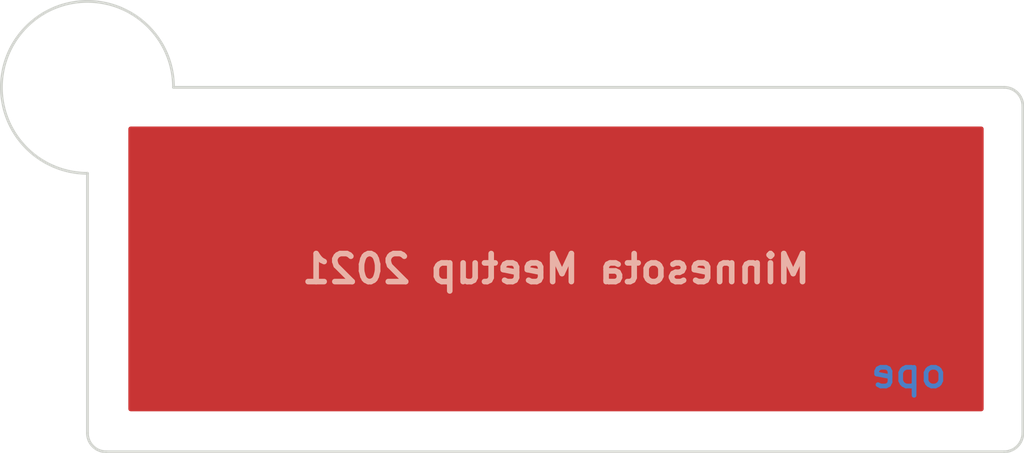
<source format=kicad_pcb>
(kicad_pcb (version 20171130) (host pcbnew "(5.1.10-1-10_14)")

  (general
    (thickness 1.6)
    (drawings 15)
    (tracks 0)
    (zones 0)
    (modules 48)
    (nets 1)
  )

  (page A4)
  (layers
    (0 F.Cu signal)
    (31 B.Cu signal)
    (32 B.Adhes user)
    (33 F.Adhes user)
    (34 B.Paste user)
    (35 F.Paste user)
    (36 B.SilkS user)
    (37 F.SilkS user)
    (38 B.Mask user)
    (39 F.Mask user)
    (40 Dwgs.User user)
    (41 Cmts.User user)
    (42 Eco1.User user)
    (43 Eco2.User user)
    (44 Edge.Cuts user)
    (45 Margin user)
    (46 B.CrtYd user)
    (47 F.CrtYd user)
    (48 B.Fab user)
    (49 F.Fab user hide)
  )

  (setup
    (last_trace_width 0.25)
    (trace_clearance 0.2)
    (zone_clearance 0)
    (zone_45_only no)
    (trace_min 0.2)
    (via_size 0.8)
    (via_drill 0.4)
    (via_min_size 0.4)
    (via_min_drill 0.3)
    (uvia_size 0.3)
    (uvia_drill 0.1)
    (uvias_allowed no)
    (uvia_min_size 0.2)
    (uvia_min_drill 0.1)
    (edge_width 0.15)
    (segment_width 0.15)
    (pcb_text_width 0.3)
    (pcb_text_size 1.5 1.5)
    (mod_edge_width 0.15)
    (mod_text_size 1 1)
    (mod_text_width 0.15)
    (pad_size 6 6)
    (pad_drill 4)
    (pad_to_mask_clearance 0)
    (aux_axis_origin 185.6925 50.5175)
    (grid_origin 206.6925 44.7675)
    (visible_elements 7FFFFFFF)
    (pcbplotparams
      (layerselection 0x010fc_ffffffff)
      (usegerberextensions false)
      (usegerberattributes false)
      (usegerberadvancedattributes false)
      (creategerberjobfile false)
      (excludeedgelayer true)
      (linewidth 0.100000)
      (plotframeref false)
      (viasonmask false)
      (mode 1)
      (useauxorigin false)
      (hpglpennumber 1)
      (hpglpenspeed 20)
      (hpglpendiameter 15.000000)
      (psnegative false)
      (psa4output false)
      (plotreference true)
      (plotvalue true)
      (plotinvisibletext false)
      (padsonsilk false)
      (subtractmaskfromsilk false)
      (outputformat 1)
      (mirror false)
      (drillshape 0)
      (scaleselection 1)
      (outputdirectory "Gerber"))
  )

  (net 0 "")

  (net_class Default "This is the default net class."
    (clearance 0.2)
    (trace_width 0.25)
    (via_dia 0.8)
    (via_drill 0.4)
    (uvia_dia 0.3)
    (uvia_drill 0.1)
  )

  (module random-keyboard-parts:Plate_hole_4mm (layer F.Cu) (tedit 5DBC5A61) (tstamp 611E216E)
    (at 160.6925 42.7675)
    (fp_text reference Ref** (at -0.0127 1.2065) (layer Dwgs.User) hide
      (effects (font (size 1 1) (thickness 0.15)))
    )
    (fp_text value Plate_hole_4mm (at 0 -0.5) (layer F.Fab)
      (effects (font (size 1 1) (thickness 0.15)))
    )
    (pad "" np_thru_hole circle (at 0.0127 -1.9939) (size 4 4) (drill 4) (layers *.Cu *.Mask))
  )

  (module locallib:Pad-1U (layer F.Cu) (tedit 5C08844F) (tstamp 5C08BD47)
    (at 172.4025 56.1975)
    (fp_text reference REF** (at 0 0.5) (layer Dwgs.User) hide
      (effects (font (size 1 1) (thickness 0.15)))
    )
    (fp_text value Pad-1U (at 0 -0.5) (layer F.Fab) hide
      (effects (font (size 1 1) (thickness 0.15)))
    )
    (pad "" smd rect (at 0 0) (size 3 3) (layers F.Mask)
      (solder_mask_margin -0.1))
  )

  (module locallib:Pad-1U (layer F.Cu) (tedit 5C08844F) (tstamp 5C08BD43)
    (at 202.8825 56.1975)
    (fp_text reference REF** (at 0 0.5) (layer Dwgs.User) hide
      (effects (font (size 1 1) (thickness 0.15)))
    )
    (fp_text value Pad-1U (at 0 -0.5) (layer F.Fab) hide
      (effects (font (size 1 1) (thickness 0.15)))
    )
    (pad "" smd rect (at 0 0) (size 3 3) (layers F.Mask)
      (solder_mask_margin -0.1))
  )

  (module locallib:Pad-1U (layer F.Cu) (tedit 5C08844F) (tstamp 5C08BD3B)
    (at 191.4525 56.1975)
    (fp_text reference REF** (at 0 0.5) (layer Dwgs.User) hide
      (effects (font (size 1 1) (thickness 0.15)))
    )
    (fp_text value Pad-1U (at 0 -0.5) (layer F.Fab) hide
      (effects (font (size 1 1) (thickness 0.15)))
    )
    (pad "" smd rect (at 0 0) (size 3 3) (layers F.Mask)
      (solder_mask_margin -0.1))
  )

  (module locallib:Pad-1U (layer F.Cu) (tedit 5C08844F) (tstamp 5C08BD37)
    (at 206.6925 56.1975)
    (fp_text reference REF** (at 0 0.5) (layer Dwgs.User) hide
      (effects (font (size 1 1) (thickness 0.15)))
    )
    (fp_text value Pad-1U (at 0 -0.5) (layer F.Fab) hide
      (effects (font (size 1 1) (thickness 0.15)))
    )
    (pad "" smd rect (at 0 0) (size 3 3) (layers F.Mask)
      (solder_mask_margin -0.1))
  )

  (module locallib:Pad-1U (layer F.Cu) (tedit 5C08844F) (tstamp 5C08BD33)
    (at 195.2625 56.1975)
    (fp_text reference REF** (at 0 0.5) (layer Dwgs.User) hide
      (effects (font (size 1 1) (thickness 0.15)))
    )
    (fp_text value Pad-1U (at 0 -0.5) (layer F.Fab) hide
      (effects (font (size 1 1) (thickness 0.15)))
    )
    (pad "" smd rect (at 0 0) (size 3 3) (layers F.Mask)
      (solder_mask_margin -0.1))
  )

  (module locallib:Pad-1U (layer F.Cu) (tedit 5C08844F) (tstamp 5C08BD2F)
    (at 176.2125 56.1975)
    (fp_text reference REF** (at 0 0.5) (layer Dwgs.User) hide
      (effects (font (size 1 1) (thickness 0.15)))
    )
    (fp_text value Pad-1U (at 0 -0.5) (layer F.Fab) hide
      (effects (font (size 1 1) (thickness 0.15)))
    )
    (pad "" smd rect (at 0 0) (size 3 3) (layers F.Mask)
      (solder_mask_margin -0.1))
  )

  (module locallib:Pad-1U (layer F.Cu) (tedit 5C08844F) (tstamp 5C08BD2B)
    (at 168.5925 56.1975)
    (fp_text reference REF** (at 0 0.5) (layer Dwgs.User) hide
      (effects (font (size 1 1) (thickness 0.15)))
    )
    (fp_text value Pad-1U (at 0 -0.5) (layer F.Fab) hide
      (effects (font (size 1 1) (thickness 0.15)))
    )
    (pad "" smd rect (at 0 0) (size 3 3) (layers F.Mask)
      (solder_mask_margin -0.1))
  )

  (module locallib:Pad-1U (layer F.Cu) (tedit 5C08844F) (tstamp 5C08BD27)
    (at 199.0725 56.1975)
    (fp_text reference REF** (at 0 0.5) (layer Dwgs.User) hide
      (effects (font (size 1 1) (thickness 0.15)))
    )
    (fp_text value Pad-1U (at 0 -0.5) (layer F.Fab) hide
      (effects (font (size 1 1) (thickness 0.15)))
    )
    (pad "" smd rect (at 0 0) (size 3 3) (layers F.Mask)
      (solder_mask_margin -0.1))
  )

  (module locallib:Pad-1U (layer F.Cu) (tedit 5C08844F) (tstamp 5C08BD23)
    (at 180.0225 56.1975)
    (fp_text reference REF** (at 0 0.5) (layer Dwgs.User) hide
      (effects (font (size 1 1) (thickness 0.15)))
    )
    (fp_text value Pad-1U (at 0 -0.5) (layer F.Fab) hide
      (effects (font (size 1 1) (thickness 0.15)))
    )
    (pad "" smd rect (at 0 0) (size 3 3) (layers F.Mask)
      (solder_mask_margin -0.1))
  )

  (module locallib:Pad-1U (layer F.Cu) (tedit 5C08844F) (tstamp 5C08BD1B)
    (at 164.7825 56.1975)
    (fp_text reference REF** (at 0 0.5) (layer Dwgs.User) hide
      (effects (font (size 1 1) (thickness 0.15)))
    )
    (fp_text value Pad-1U (at 0 -0.5) (layer F.Fab) hide
      (effects (font (size 1 1) (thickness 0.15)))
    )
    (pad "" smd rect (at 0 0) (size 3 3) (layers F.Mask)
      (solder_mask_margin -0.1))
  )

  (module locallib:Pad-1U (layer F.Cu) (tedit 5C08844F) (tstamp 5C08BD47)
    (at 172.4025 52.3875)
    (fp_text reference REF** (at 0 0.5) (layer Dwgs.User) hide
      (effects (font (size 1 1) (thickness 0.15)))
    )
    (fp_text value Pad-1U (at 0 -0.5) (layer F.Fab) hide
      (effects (font (size 1 1) (thickness 0.15)))
    )
    (pad "" smd rect (at 0 0) (size 3 3) (layers F.Mask)
      (solder_mask_margin -0.1))
  )

  (module locallib:Pad-1U (layer F.Cu) (tedit 5C08844F) (tstamp 5C08BD43)
    (at 202.8825 52.3875)
    (fp_text reference REF** (at 0 0.5) (layer Dwgs.User) hide
      (effects (font (size 1 1) (thickness 0.15)))
    )
    (fp_text value Pad-1U (at 0 -0.5) (layer F.Fab) hide
      (effects (font (size 1 1) (thickness 0.15)))
    )
    (pad "" smd rect (at 0 0) (size 3 3) (layers F.Mask)
      (solder_mask_margin -0.1))
  )

  (module locallib:Pad-1U (layer F.Cu) (tedit 5C08844F) (tstamp 5C08BD3F)
    (at 187.6425 52.3875)
    (fp_text reference REF** (at 0 0.5) (layer Dwgs.User) hide
      (effects (font (size 1 1) (thickness 0.15)))
    )
    (fp_text value Pad-1U (at 0 -0.5) (layer F.Fab) hide
      (effects (font (size 1 1) (thickness 0.15)))
    )
    (pad "" smd rect (at 0 0) (size 3 3) (layers F.Mask)
      (solder_mask_margin -0.1))
  )

  (module locallib:Pad-1U (layer F.Cu) (tedit 5C08844F) (tstamp 5C08BD3B)
    (at 191.4525 52.3875)
    (fp_text reference REF** (at 0 0.5) (layer Dwgs.User) hide
      (effects (font (size 1 1) (thickness 0.15)))
    )
    (fp_text value Pad-1U (at 0 -0.5) (layer F.Fab) hide
      (effects (font (size 1 1) (thickness 0.15)))
    )
    (pad "" smd rect (at 0 0) (size 3 3) (layers F.Mask)
      (solder_mask_margin -0.1))
  )

  (module locallib:Pad-1U (layer F.Cu) (tedit 5C08844F) (tstamp 5C08BD37)
    (at 206.6925 52.3875)
    (fp_text reference REF** (at 0 0.5) (layer Dwgs.User) hide
      (effects (font (size 1 1) (thickness 0.15)))
    )
    (fp_text value Pad-1U (at 0 -0.5) (layer F.Fab) hide
      (effects (font (size 1 1) (thickness 0.15)))
    )
    (pad "" smd rect (at 0 0) (size 3 3) (layers F.Mask)
      (solder_mask_margin -0.1))
  )

  (module locallib:Pad-1U (layer F.Cu) (tedit 5C08844F) (tstamp 5C08BD33)
    (at 195.2625 52.3875)
    (fp_text reference REF** (at 0 0.5) (layer Dwgs.User) hide
      (effects (font (size 1 1) (thickness 0.15)))
    )
    (fp_text value Pad-1U (at 0 -0.5) (layer F.Fab) hide
      (effects (font (size 1 1) (thickness 0.15)))
    )
    (pad "" smd rect (at 0 0) (size 3 3) (layers F.Mask)
      (solder_mask_margin -0.1))
  )

  (module locallib:Pad-1U (layer F.Cu) (tedit 5C08844F) (tstamp 5C08BD2F)
    (at 176.2125 52.3875)
    (fp_text reference REF** (at 0 0.5) (layer Dwgs.User) hide
      (effects (font (size 1 1) (thickness 0.15)))
    )
    (fp_text value Pad-1U (at 0 -0.5) (layer F.Fab) hide
      (effects (font (size 1 1) (thickness 0.15)))
    )
    (pad "" smd rect (at 0 0) (size 3 3) (layers F.Mask)
      (solder_mask_margin -0.1))
  )

  (module locallib:Pad-1U (layer F.Cu) (tedit 5C08844F) (tstamp 5C08BD2B)
    (at 168.5925 52.3875)
    (fp_text reference REF** (at 0 0.5) (layer Dwgs.User) hide
      (effects (font (size 1 1) (thickness 0.15)))
    )
    (fp_text value Pad-1U (at 0 -0.5) (layer F.Fab) hide
      (effects (font (size 1 1) (thickness 0.15)))
    )
    (pad "" smd rect (at 0 0) (size 3 3) (layers F.Mask)
      (solder_mask_margin -0.1))
  )

  (module locallib:Pad-1U (layer F.Cu) (tedit 5C08844F) (tstamp 5C08BD27)
    (at 199.0725 52.3875)
    (fp_text reference REF** (at 0 0.5) (layer Dwgs.User) hide
      (effects (font (size 1 1) (thickness 0.15)))
    )
    (fp_text value Pad-1U (at 0 -0.5) (layer F.Fab) hide
      (effects (font (size 1 1) (thickness 0.15)))
    )
    (pad "" smd rect (at 0 0) (size 3 3) (layers F.Mask)
      (solder_mask_margin -0.1))
  )

  (module locallib:Pad-1U (layer F.Cu) (tedit 5C08844F) (tstamp 5C08BD23)
    (at 180.0225 52.3875)
    (fp_text reference REF** (at 0 0.5) (layer Dwgs.User) hide
      (effects (font (size 1 1) (thickness 0.15)))
    )
    (fp_text value Pad-1U (at 0 -0.5) (layer F.Fab) hide
      (effects (font (size 1 1) (thickness 0.15)))
    )
    (pad "" smd rect (at 0 0) (size 3 3) (layers F.Mask)
      (solder_mask_margin -0.1))
  )

  (module locallib:Pad-1U (layer F.Cu) (tedit 5C08844F) (tstamp 5C08BD1F)
    (at 183.8325 52.3875)
    (fp_text reference REF** (at 0 0.5) (layer Dwgs.User) hide
      (effects (font (size 1 1) (thickness 0.15)))
    )
    (fp_text value Pad-1U (at 0 -0.5) (layer F.Fab) hide
      (effects (font (size 1 1) (thickness 0.15)))
    )
    (pad "" smd rect (at 0 0) (size 3 3) (layers F.Mask)
      (solder_mask_margin -0.1))
  )

  (module locallib:Pad-1U (layer F.Cu) (tedit 5C08844F) (tstamp 5C08BD1B)
    (at 164.7825 52.3875)
    (fp_text reference REF** (at 0 0.5) (layer Dwgs.User) hide
      (effects (font (size 1 1) (thickness 0.15)))
    )
    (fp_text value Pad-1U (at 0 -0.5) (layer F.Fab) hide
      (effects (font (size 1 1) (thickness 0.15)))
    )
    (pad "" smd rect (at 0 0) (size 3 3) (layers F.Mask)
      (solder_mask_margin -0.1))
  )

  (module locallib:Pad-1U (layer F.Cu) (tedit 5C08844F) (tstamp 5C08BD47)
    (at 172.4025 48.5775)
    (fp_text reference REF** (at 0 0.5) (layer Dwgs.User) hide
      (effects (font (size 1 1) (thickness 0.15)))
    )
    (fp_text value Pad-1U (at 0 -0.5) (layer F.Fab) hide
      (effects (font (size 1 1) (thickness 0.15)))
    )
    (pad "" smd rect (at 0 0) (size 3 3) (layers F.Mask)
      (solder_mask_margin -0.1))
  )

  (module locallib:Pad-1U (layer F.Cu) (tedit 5C08844F) (tstamp 5C08BD43)
    (at 202.8825 48.5775)
    (fp_text reference REF** (at 0 0.5) (layer Dwgs.User) hide
      (effects (font (size 1 1) (thickness 0.15)))
    )
    (fp_text value Pad-1U (at 0 -0.5) (layer F.Fab) hide
      (effects (font (size 1 1) (thickness 0.15)))
    )
    (pad "" smd rect (at 0 0) (size 3 3) (layers F.Mask)
      (solder_mask_margin -0.1))
  )

  (module locallib:Pad-1U (layer F.Cu) (tedit 5C08844F) (tstamp 5C08BD3F)
    (at 187.6425 48.5775)
    (fp_text reference REF** (at 0 0.5) (layer Dwgs.User) hide
      (effects (font (size 1 1) (thickness 0.15)))
    )
    (fp_text value Pad-1U (at 0 -0.5) (layer F.Fab) hide
      (effects (font (size 1 1) (thickness 0.15)))
    )
    (pad "" smd rect (at 0 0) (size 3 3) (layers F.Mask)
      (solder_mask_margin -0.1))
  )

  (module locallib:Pad-1U (layer F.Cu) (tedit 5C08844F) (tstamp 5C08BD3B)
    (at 191.4525 48.5775)
    (fp_text reference REF** (at 0 0.5) (layer Dwgs.User) hide
      (effects (font (size 1 1) (thickness 0.15)))
    )
    (fp_text value Pad-1U (at 0 -0.5) (layer F.Fab) hide
      (effects (font (size 1 1) (thickness 0.15)))
    )
    (pad "" smd rect (at 0 0) (size 3 3) (layers F.Mask)
      (solder_mask_margin -0.1))
  )

  (module locallib:Pad-1U (layer F.Cu) (tedit 5C08844F) (tstamp 5C08BD37)
    (at 206.6925 48.5775)
    (fp_text reference REF** (at 0 0.5) (layer Dwgs.User) hide
      (effects (font (size 1 1) (thickness 0.15)))
    )
    (fp_text value Pad-1U (at 0 -0.5) (layer F.Fab) hide
      (effects (font (size 1 1) (thickness 0.15)))
    )
    (pad "" smd rect (at 0 0) (size 3 3) (layers F.Mask)
      (solder_mask_margin -0.1))
  )

  (module locallib:Pad-1U (layer F.Cu) (tedit 5C08844F) (tstamp 5C08BD33)
    (at 195.2625 48.5775)
    (fp_text reference REF** (at 0 0.5) (layer Dwgs.User) hide
      (effects (font (size 1 1) (thickness 0.15)))
    )
    (fp_text value Pad-1U (at 0 -0.5) (layer F.Fab) hide
      (effects (font (size 1 1) (thickness 0.15)))
    )
    (pad "" smd rect (at 0 0) (size 3 3) (layers F.Mask)
      (solder_mask_margin -0.1))
  )

  (module locallib:Pad-1U (layer F.Cu) (tedit 5C08844F) (tstamp 5C08BD2F)
    (at 176.2125 48.5775)
    (fp_text reference REF** (at 0 0.5) (layer Dwgs.User) hide
      (effects (font (size 1 1) (thickness 0.15)))
    )
    (fp_text value Pad-1U (at 0 -0.5) (layer F.Fab) hide
      (effects (font (size 1 1) (thickness 0.15)))
    )
    (pad "" smd rect (at 0 0) (size 3 3) (layers F.Mask)
      (solder_mask_margin -0.1))
  )

  (module locallib:Pad-1U (layer F.Cu) (tedit 5C08844F) (tstamp 5C08BD2B)
    (at 168.5925 48.5775)
    (fp_text reference REF** (at 0 0.5) (layer Dwgs.User) hide
      (effects (font (size 1 1) (thickness 0.15)))
    )
    (fp_text value Pad-1U (at 0 -0.5) (layer F.Fab) hide
      (effects (font (size 1 1) (thickness 0.15)))
    )
    (pad "" smd rect (at 0 0) (size 3 3) (layers F.Mask)
      (solder_mask_margin -0.1))
  )

  (module locallib:Pad-1U (layer F.Cu) (tedit 5C08844F) (tstamp 5C08BD27)
    (at 199.0725 48.5775)
    (fp_text reference REF** (at 0 0.5) (layer Dwgs.User) hide
      (effects (font (size 1 1) (thickness 0.15)))
    )
    (fp_text value Pad-1U (at 0 -0.5) (layer F.Fab) hide
      (effects (font (size 1 1) (thickness 0.15)))
    )
    (pad "" smd rect (at 0 0) (size 3 3) (layers F.Mask)
      (solder_mask_margin -0.1))
  )

  (module locallib:Pad-1U (layer F.Cu) (tedit 5C08844F) (tstamp 5C08BD23)
    (at 180.0225 48.5775)
    (fp_text reference REF** (at 0 0.5) (layer Dwgs.User) hide
      (effects (font (size 1 1) (thickness 0.15)))
    )
    (fp_text value Pad-1U (at 0 -0.5) (layer F.Fab) hide
      (effects (font (size 1 1) (thickness 0.15)))
    )
    (pad "" smd rect (at 0 0) (size 3 3) (layers F.Mask)
      (solder_mask_margin -0.1))
  )

  (module locallib:Pad-1U (layer F.Cu) (tedit 5C08844F) (tstamp 5C08BD1F)
    (at 183.8325 48.5775)
    (fp_text reference REF** (at 0 0.5) (layer Dwgs.User) hide
      (effects (font (size 1 1) (thickness 0.15)))
    )
    (fp_text value Pad-1U (at 0 -0.5) (layer F.Fab) hide
      (effects (font (size 1 1) (thickness 0.15)))
    )
    (pad "" smd rect (at 0 0) (size 3 3) (layers F.Mask)
      (solder_mask_margin -0.1))
  )

  (module locallib:Pad-1U (layer F.Cu) (tedit 5C08844F) (tstamp 5C08BD1B)
    (at 164.7825 48.5775)
    (fp_text reference REF** (at 0 0.5) (layer Dwgs.User) hide
      (effects (font (size 1 1) (thickness 0.15)))
    )
    (fp_text value Pad-1U (at 0 -0.5) (layer F.Fab) hide
      (effects (font (size 1 1) (thickness 0.15)))
    )
    (pad "" smd rect (at 0 0) (size 3 3) (layers F.Mask)
      (solder_mask_margin -0.1))
  )

  (module locallib:Pad-1U (layer F.Cu) (tedit 5C08844F) (tstamp 5C08BD47)
    (at 172.4025 44.7675)
    (fp_text reference REF** (at 0 0.5) (layer Dwgs.User) hide
      (effects (font (size 1 1) (thickness 0.15)))
    )
    (fp_text value Pad-1U (at 0 -0.5) (layer F.Fab) hide
      (effects (font (size 1 1) (thickness 0.15)))
    )
    (pad "" smd rect (at 0 0) (size 3 3) (layers F.Mask)
      (solder_mask_margin -0.1))
  )

  (module locallib:Pad-1U (layer F.Cu) (tedit 5C08844F) (tstamp 5C08BD43)
    (at 202.8825 44.7675)
    (fp_text reference REF** (at 0 0.5) (layer Dwgs.User) hide
      (effects (font (size 1 1) (thickness 0.15)))
    )
    (fp_text value Pad-1U (at 0 -0.5) (layer F.Fab) hide
      (effects (font (size 1 1) (thickness 0.15)))
    )
    (pad "" smd rect (at 0 0) (size 3 3) (layers F.Mask)
      (solder_mask_margin -0.1))
  )

  (module locallib:Pad-1U (layer F.Cu) (tedit 5C08844F) (tstamp 5C08BD3F)
    (at 187.6425 44.7675)
    (fp_text reference REF** (at 0 0.5) (layer Dwgs.User) hide
      (effects (font (size 1 1) (thickness 0.15)))
    )
    (fp_text value Pad-1U (at 0 -0.5) (layer F.Fab) hide
      (effects (font (size 1 1) (thickness 0.15)))
    )
    (pad "" smd rect (at 0 0) (size 3 3) (layers F.Mask)
      (solder_mask_margin -0.1))
  )

  (module locallib:Pad-1U (layer F.Cu) (tedit 5C08844F) (tstamp 5C08BD3B)
    (at 191.4525 44.7675)
    (fp_text reference REF** (at 0 0.5) (layer Dwgs.User) hide
      (effects (font (size 1 1) (thickness 0.15)))
    )
    (fp_text value Pad-1U (at 0 -0.5) (layer F.Fab) hide
      (effects (font (size 1 1) (thickness 0.15)))
    )
    (pad "" smd rect (at 0 0) (size 3 3) (layers F.Mask)
      (solder_mask_margin -0.1))
  )

  (module locallib:Pad-1U (layer F.Cu) (tedit 5C08844F) (tstamp 5C08BD37)
    (at 206.6925 44.7675)
    (fp_text reference REF** (at 0 0.5) (layer Dwgs.User) hide
      (effects (font (size 1 1) (thickness 0.15)))
    )
    (fp_text value Pad-1U (at 0 -0.5) (layer F.Fab) hide
      (effects (font (size 1 1) (thickness 0.15)))
    )
    (pad "" smd rect (at 0 0) (size 3 3) (layers F.Mask)
      (solder_mask_margin -0.1))
  )

  (module locallib:Pad-1U (layer F.Cu) (tedit 5C08844F) (tstamp 5C08BD33)
    (at 195.2625 44.7675)
    (fp_text reference REF** (at 0 0.5) (layer Dwgs.User) hide
      (effects (font (size 1 1) (thickness 0.15)))
    )
    (fp_text value Pad-1U (at 0 -0.5) (layer F.Fab) hide
      (effects (font (size 1 1) (thickness 0.15)))
    )
    (pad "" smd rect (at 0 0) (size 3 3) (layers F.Mask)
      (solder_mask_margin -0.1))
  )

  (module locallib:Pad-1U (layer F.Cu) (tedit 5C08844F) (tstamp 5C08BD2F)
    (at 176.2125 44.7675)
    (fp_text reference REF** (at 0 0.5) (layer Dwgs.User) hide
      (effects (font (size 1 1) (thickness 0.15)))
    )
    (fp_text value Pad-1U (at 0 -0.5) (layer F.Fab) hide
      (effects (font (size 1 1) (thickness 0.15)))
    )
    (pad "" smd rect (at 0 0) (size 3 3) (layers F.Mask)
      (solder_mask_margin -0.1))
  )

  (module locallib:Pad-1U (layer F.Cu) (tedit 5C08844F) (tstamp 5C08BD2B)
    (at 168.5925 44.7675)
    (fp_text reference REF** (at 0 0.5) (layer Dwgs.User) hide
      (effects (font (size 1 1) (thickness 0.15)))
    )
    (fp_text value Pad-1U (at 0 -0.5) (layer F.Fab) hide
      (effects (font (size 1 1) (thickness 0.15)))
    )
    (pad "" smd rect (at 0 0) (size 3 3) (layers F.Mask)
      (solder_mask_margin -0.1))
  )

  (module locallib:Pad-1U (layer F.Cu) (tedit 5C08844F) (tstamp 5C08BD27)
    (at 199.0725 44.7675)
    (fp_text reference REF** (at 0 0.5) (layer Dwgs.User) hide
      (effects (font (size 1 1) (thickness 0.15)))
    )
    (fp_text value Pad-1U (at 0 -0.5) (layer F.Fab) hide
      (effects (font (size 1 1) (thickness 0.15)))
    )
    (pad "" smd rect (at 0 0) (size 3 3) (layers F.Mask)
      (solder_mask_margin -0.1))
  )

  (module locallib:Pad-1U (layer F.Cu) (tedit 5C08844F) (tstamp 5C08BD23)
    (at 180.0225 44.7675)
    (fp_text reference REF** (at 0 0.5) (layer Dwgs.User) hide
      (effects (font (size 1 1) (thickness 0.15)))
    )
    (fp_text value Pad-1U (at 0 -0.5) (layer F.Fab) hide
      (effects (font (size 1 1) (thickness 0.15)))
    )
    (pad "" smd rect (at 0 0) (size 3 3) (layers F.Mask)
      (solder_mask_margin -0.1))
  )

  (module locallib:Pad-1U (layer F.Cu) (tedit 5C08844F) (tstamp 5C08BD1F)
    (at 183.8325 44.7675)
    (fp_text reference REF** (at 0 0.5) (layer Dwgs.User) hide
      (effects (font (size 1 1) (thickness 0.15)))
    )
    (fp_text value Pad-1U (at 0 -0.5) (layer F.Fab) hide
      (effects (font (size 1 1) (thickness 0.15)))
    )
    (pad "" smd rect (at 0 0) (size 3 3) (layers F.Mask)
      (solder_mask_margin -0.1))
  )

  (module locallib:Pad-1U (layer F.Cu) (tedit 5C08844F) (tstamp 5C08BD1B)
    (at 164.7825 44.7675)
    (fp_text reference REF** (at 0 0.5) (layer Dwgs.User) hide
      (effects (font (size 1 1) (thickness 0.15)))
    )
    (fp_text value Pad-1U (at 0 -0.5) (layer F.Fab) hide
      (effects (font (size 1 1) (thickness 0.15)))
    )
    (pad "" smd rect (at 0 0) (size 3 3) (layers F.Mask)
      (solder_mask_margin -0.1))
  )

  (module locallib:Pad-2U (layer F.Cu) (tedit 5C08848A) (tstamp 5C08BE8C)
    (at 185.7375 56.1975)
    (fp_text reference REF** (at 0 0.5) (layer Dwgs.User) hide
      (effects (font (size 1 1) (thickness 0.15)))
    )
    (fp_text value Pad-2U (at 0 -0.5) (layer F.Fab) hide
      (effects (font (size 1 1) (thickness 0.15)))
    )
    (pad "" smd rect (at 0 0) (size 6.81 3) (layers F.Mask)
      (solder_mask_margin -0.1))
  )

  (gr_text ope (at 204.5925 56.0675) (layer B.Cu)
    (effects (font (size 1.5 1.5) (thickness 0.25)) (justify mirror))
  )
  (gr_arc (start 160.6925 40.7675) (end 165.2925 40.7675) (angle -270) (layer Edge.Cuts) (width 0.15))
  (gr_text ope (at 204.5925 56.0675) (layer B.Mask)
    (effects (font (size 1.5 1.5) (thickness 0.375)) (justify mirror))
  )
  (gr_arc (start 209.6925 41.7675) (end 210.6925 41.7675) (angle -90) (layer Edge.Cuts) (width 0.15) (tstamp 61184644))
  (gr_arc (start 209.6925 59.2675) (end 209.6925 60.2675) (angle -90) (layer Edge.Cuts) (width 0.15) (tstamp 61184644))
  (gr_arc (start 161.6925 59.2675) (end 160.6925 59.2675) (angle -90) (layer Edge.Cuts) (width 0.15))
  (gr_text "Minnesota Meetup 2021" (at 185.7375 50.4825) (layer B.SilkS)
    (effects (font (size 1.5 1.5) (thickness 0.3)) (justify mirror))
  )
  (gr_line (start 160.6925 59.2675) (end 160.6925 45.3675) (layer Edge.Cuts) (width 0.15))
  (gr_line (start 209.6925 60.2675) (end 161.6925 60.2675) (layer Edge.Cuts) (width 0.15))
  (gr_line (start 210.6925 41.7675) (end 210.6925 59.2675) (layer Edge.Cuts) (width 0.15))
  (gr_line (start 165.2925 40.7675) (end 209.6925 40.7675) (layer Edge.Cuts) (width 0.15))
  (gr_line (start 162.40125 58.57875) (end 162.40125 42.38625) (layer Cmts.User) (width 0.15))
  (gr_line (start 209.07375 58.57875) (end 162.40125 58.57875) (layer Cmts.User) (width 0.15))
  (gr_line (start 209.07375 42.38625) (end 209.07375 58.57875) (layer Cmts.User) (width 0.15))
  (gr_line (start 162.40125 42.38625) (end 209.07375 42.38625) (layer Cmts.User) (width 0.15))

  (zone (net 0) (net_name "") (layer F.Cu) (tstamp 61198E1F) (hatch edge 0.508)
    (connect_pads (clearance 0))
    (min_thickness 0.254)
    (fill yes (arc_segments 16) (thermal_gap 0.508) (thermal_bridge_width 0.508))
    (polygon
      (pts
        (xy 162.8775 58.1025) (xy 162.8775 42.8625) (xy 208.5975 42.8625) (xy 208.5975 58.1025)
      )
    )
    (filled_polygon
      (pts
        (xy 208.4705 57.9755) (xy 163.0045 57.9755) (xy 163.0045 42.9895) (xy 208.4705 42.9895)
      )
    )
  )
)

</source>
